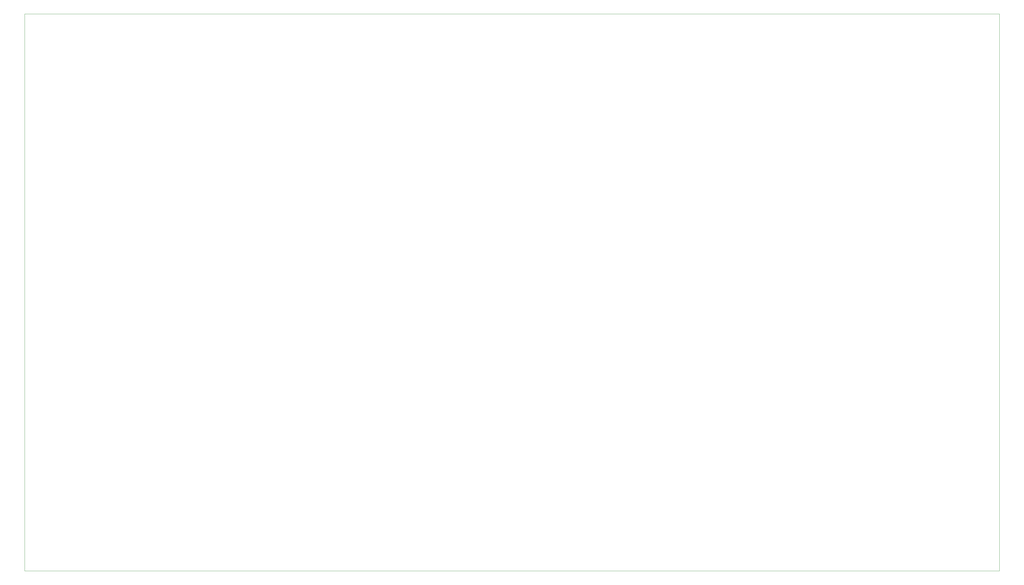
<source format=gm1>
%TF.GenerationSoftware,KiCad,Pcbnew,(6.0.9)*%
%TF.CreationDate,2022-11-06T01:43:21-08:00*%
%TF.ProjectId,kb_pcb,6b625f70-6362-42e6-9b69-6361645f7063,rev?*%
%TF.SameCoordinates,Original*%
%TF.FileFunction,Profile,NP*%
%FSLAX46Y46*%
G04 Gerber Fmt 4.6, Leading zero omitted, Abs format (unit mm)*
G04 Created by KiCad (PCBNEW (6.0.9)) date 2022-11-06 01:43:21*
%MOMM*%
%LPD*%
G01*
G04 APERTURE LIST*
%TA.AperFunction,Profile*%
%ADD10C,0.100000*%
%TD*%
G04 APERTURE END LIST*
D10*
X57500000Y-227500000D02*
X57500000Y-47500000D01*
X372500000Y-227500000D02*
X57500000Y-227500000D01*
X372500000Y-47500000D02*
X372500000Y-227500000D01*
X57500000Y-47500000D02*
X372500000Y-47500000D01*
M02*

</source>
